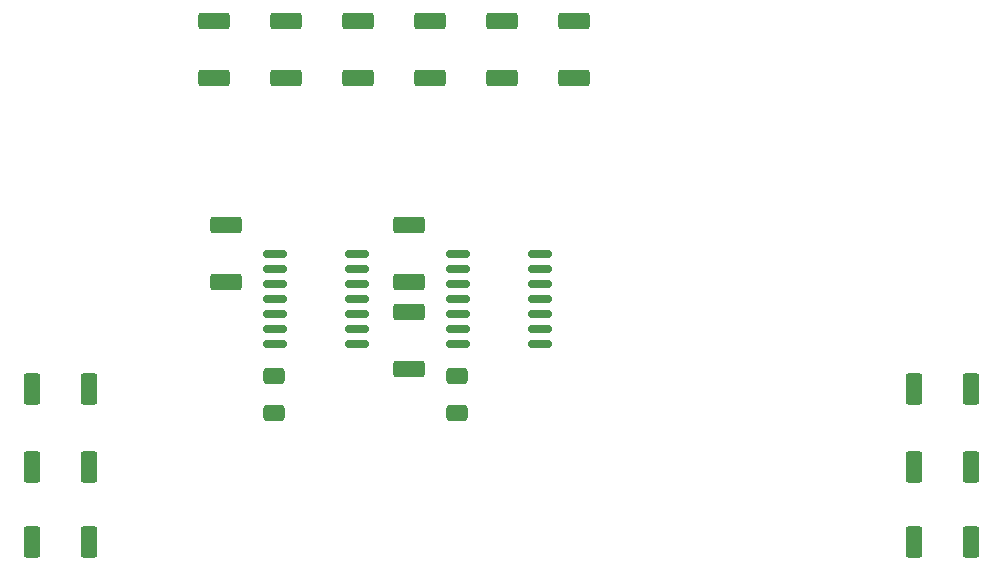
<source format=gtp>
%TF.GenerationSoftware,KiCad,Pcbnew,(6.0.1)*%
%TF.CreationDate,2022-11-09T22:58:21+01:00*%
%TF.ProjectId,stepgen_differential_bob,73746570-6765-46e5-9f64-696666657265,rev?*%
%TF.SameCoordinates,Original*%
%TF.FileFunction,Paste,Top*%
%TF.FilePolarity,Positive*%
%FSLAX46Y46*%
G04 Gerber Fmt 4.6, Leading zero omitted, Abs format (unit mm)*
G04 Created by KiCad (PCBNEW (6.0.1)) date 2022-11-09 22:58:21*
%MOMM*%
%LPD*%
G01*
G04 APERTURE LIST*
G04 Aperture macros list*
%AMRoundRect*
0 Rectangle with rounded corners*
0 $1 Rounding radius*
0 $2 $3 $4 $5 $6 $7 $8 $9 X,Y pos of 4 corners*
0 Add a 4 corners polygon primitive as box body*
4,1,4,$2,$3,$4,$5,$6,$7,$8,$9,$2,$3,0*
0 Add four circle primitives for the rounded corners*
1,1,$1+$1,$2,$3*
1,1,$1+$1,$4,$5*
1,1,$1+$1,$6,$7*
1,1,$1+$1,$8,$9*
0 Add four rect primitives between the rounded corners*
20,1,$1+$1,$2,$3,$4,$5,0*
20,1,$1+$1,$4,$5,$6,$7,0*
20,1,$1+$1,$6,$7,$8,$9,0*
20,1,$1+$1,$8,$9,$2,$3,0*%
G04 Aperture macros list end*
%ADD10RoundRect,0.150000X0.837500X0.150000X-0.837500X0.150000X-0.837500X-0.150000X0.837500X-0.150000X0*%
%ADD11RoundRect,0.250000X-0.650000X0.412500X-0.650000X-0.412500X0.650000X-0.412500X0.650000X0.412500X0*%
%ADD12RoundRect,0.249999X-0.450001X-1.075001X0.450001X-1.075001X0.450001X1.075001X-0.450001X1.075001X0*%
%ADD13RoundRect,0.249999X1.075001X-0.450001X1.075001X0.450001X-1.075001X0.450001X-1.075001X-0.450001X0*%
%ADD14RoundRect,0.249999X-1.075001X0.450001X-1.075001X-0.450001X1.075001X-0.450001X1.075001X0.450001X0*%
G04 APERTURE END LIST*
D10*
%TO.C,U1*%
X45641500Y-28702000D03*
X45641500Y-27432000D03*
X45641500Y-26162000D03*
X45641500Y-24892000D03*
X45641500Y-23622000D03*
X45641500Y-22352000D03*
X45641500Y-21082000D03*
X38716500Y-21082000D03*
X38716500Y-22352000D03*
X38716500Y-23622000D03*
X38716500Y-24892000D03*
X38716500Y-26162000D03*
X38716500Y-27432000D03*
X38716500Y-28702000D03*
%TD*%
D11*
%TO.C,C2*%
X23114000Y-31457500D03*
X23114000Y-34582500D03*
%TD*%
D12*
%TO.C,R4*%
X77356000Y-39116000D03*
X82156000Y-39116000D03*
%TD*%
D13*
%TO.C,R10*%
X18049000Y-6210000D03*
X18049000Y-1410000D03*
%TD*%
%TO.C,R9*%
X48529000Y-6210000D03*
X48529000Y-1410000D03*
%TD*%
D11*
%TO.C,C1*%
X38608000Y-31457500D03*
X38608000Y-34582500D03*
%TD*%
D12*
%TO.C,R3*%
X2680000Y-39116000D03*
X7480000Y-39116000D03*
%TD*%
D13*
%TO.C,R14*%
X34544000Y-30848000D03*
X34544000Y-26048000D03*
%TD*%
D14*
%TO.C,R13*%
X34544000Y-18682000D03*
X34544000Y-23482000D03*
%TD*%
D13*
%TO.C,R11*%
X24145000Y-6210000D03*
X24145000Y-1410000D03*
%TD*%
%TO.C,R7*%
X36337000Y-6200000D03*
X36337000Y-1400000D03*
%TD*%
D12*
%TO.C,R6*%
X77356000Y-32512000D03*
X82156000Y-32512000D03*
%TD*%
D13*
%TO.C,R8*%
X42433000Y-6200000D03*
X42433000Y-1400000D03*
%TD*%
D12*
%TO.C,R1*%
X2680000Y-32512000D03*
X7480000Y-32512000D03*
%TD*%
D13*
%TO.C,R12*%
X30241000Y-6210000D03*
X30241000Y-1410000D03*
%TD*%
D10*
%TO.C,U2*%
X30147500Y-28702000D03*
X30147500Y-27432000D03*
X30147500Y-26162000D03*
X30147500Y-24892000D03*
X30147500Y-23622000D03*
X30147500Y-22352000D03*
X30147500Y-21082000D03*
X23222500Y-21082000D03*
X23222500Y-22352000D03*
X23222500Y-23622000D03*
X23222500Y-24892000D03*
X23222500Y-26162000D03*
X23222500Y-27432000D03*
X23222500Y-28702000D03*
%TD*%
D12*
%TO.C,R5*%
X2680000Y-45466000D03*
X7480000Y-45466000D03*
%TD*%
%TO.C,R2*%
X77356000Y-45466000D03*
X82156000Y-45466000D03*
%TD*%
D14*
%TO.C,R15*%
X19050000Y-18682000D03*
X19050000Y-23482000D03*
%TD*%
M02*

</source>
